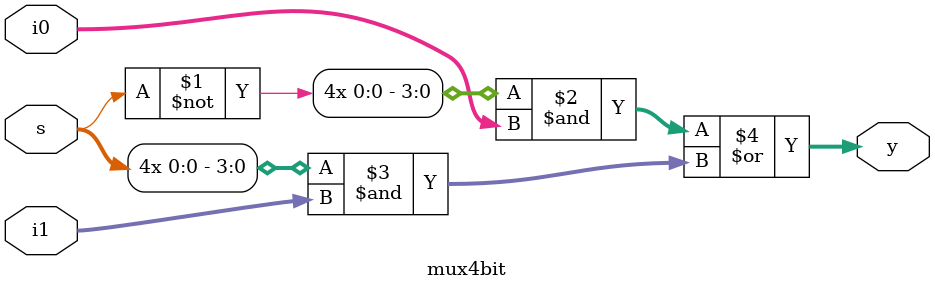
<source format=v>
`timescale 1ns / 1ps


module AddSub4(
    input [3:0] A_i,
    input [3:0] B_i,
    input sub_i, 
    output[3:0] S_o,
    output cout_o
    );
    wire [3:0] changeB;
    mux4bit choose (.s(sub_i), .i0(B_i), .i1(~B_i), .y(changeB));
    Add4 add (.A_i(A_i), .B_i(changeB), .cin_i(sub_i), .S_o(S_o), .cout_o(cout_o));
    
endmodule

module FA(
    input A_i,
    input B_i,
    input cin_i,
    output S_o,
    output cout_o
    );
    assign cout_o=(A_i&B_i)|(cin_i&(A_i^B_i));
    assign S_o=A_i^B_i^cin_i;
endmodule

module Add4(
    input [3:0]A_i,
    input [3:0]B_i,
    input cin_i, 
    output [3:0]S_o,
    output cout_o
    );
    wire c1, c2, c3;
    FA c01 (.A_i (A_i[0]), .B_i (B_i[0]),.cin_i(cin_i),.S_o(S_o[0]),.cout_o(c1));
    FA c12 (.A_i (A_i[1]), .B_i (B_i[1]),.cin_i(c1),.S_o(S_o[1]), .cout_o(c2));
    FA c23 (.A_i (A_i[2]), .B_i (B_i[2]),.cin_i(c2),.S_o(S_o[2]),.cout_o(c3));
    FA c34 (.A_i (A_i[3]), .B_i (B_i[3]),.cin_i(c3), .S_o(S_o[3]), .cout_o(cout_o));
   
endmodule

module mux4bit(
    input s, 
    input [3:0] i0, 
    input [3:0] i1, 
    output [3:0] y
    );
    assign y=({4{~s}}&i0)|({4{s}}&i1);
endmodule

</source>
